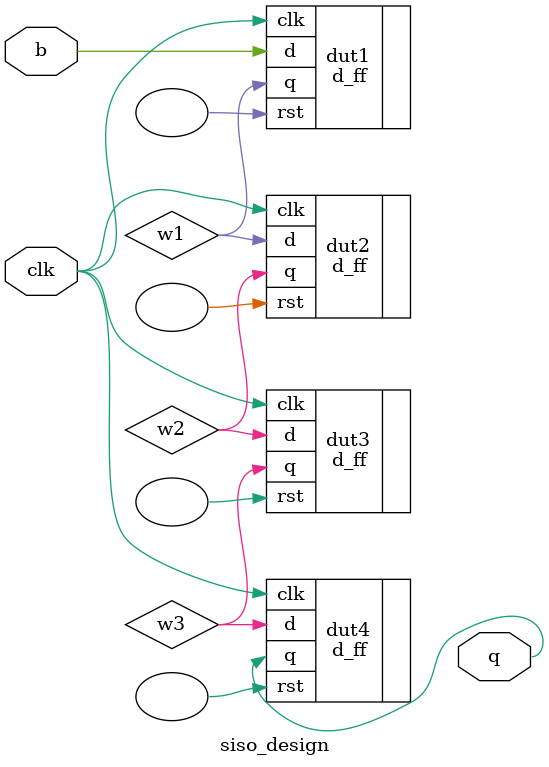
<source format=v>
`timescale 1ns / 1ps


module siso_design(input clk,b,output q);
wire w1,w2,w3;

d_ff dut1(.clk(clk),.d(b),.q(w1),.rst());
d_ff dut2(.clk(clk),.d(w1),.q(w2),.rst());
d_ff dut3(.clk(clk),.d(w2),.q(w3),.rst());
d_ff dut4(.clk(clk),.d(w3),.q(q),.rst());

endmodule

</source>
